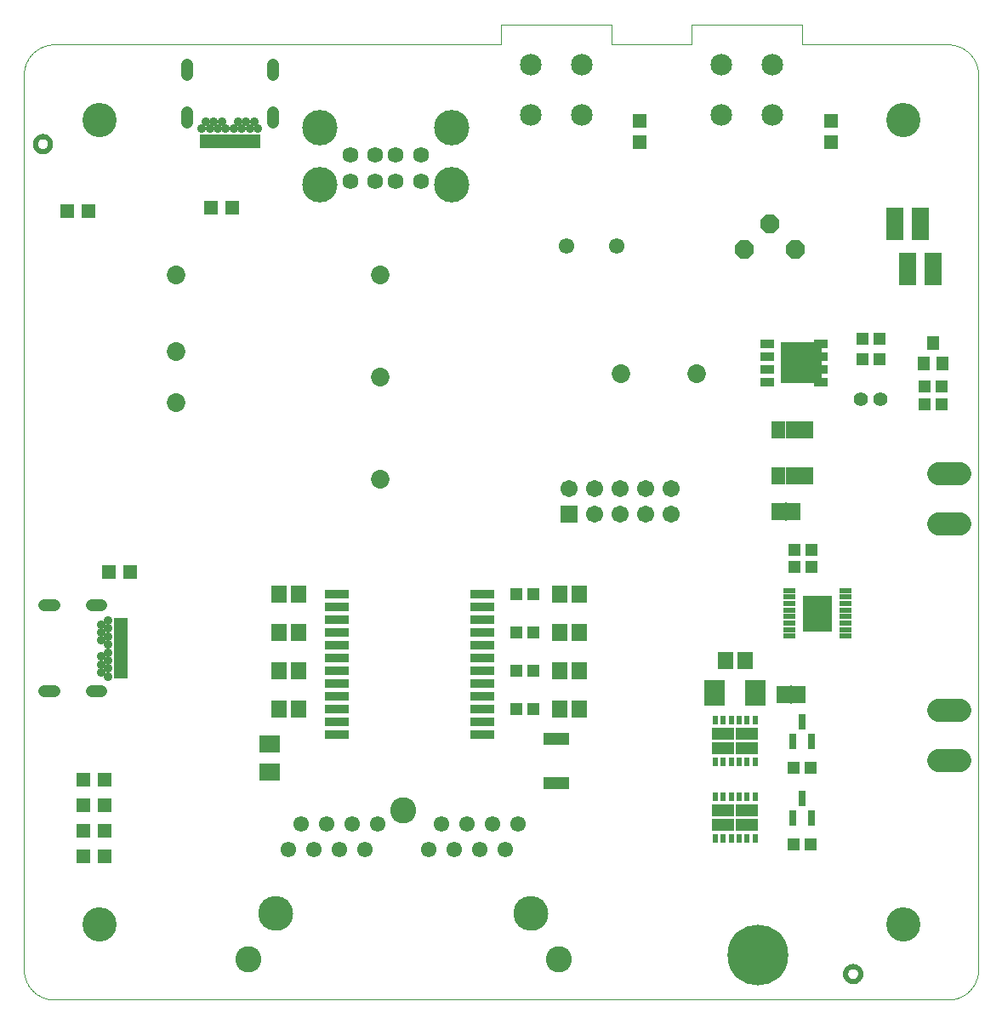
<source format=gts>
G75*
%MOIN*%
%OFA0B0*%
%FSLAX25Y25*%
%IPPOS*%
%LPD*%
%AMOC8*
5,1,8,0,0,1.08239X$1,22.5*
%
%ADD10C,0.00000*%
%ADD11R,0.07887X0.07099*%
%ADD12R,0.05131X0.04737*%
%ADD13R,0.05918X0.06706*%
%ADD14R,0.03162X0.06430*%
%ADD15R,0.07887X0.10249*%
%ADD16R,0.04737X0.02375*%
%ADD17R,0.11666X0.13910*%
%ADD18R,0.02375X0.03359*%
%ADD19R,0.09068X0.04737*%
%ADD20R,0.05524X0.05524*%
%ADD21R,0.04737X0.05800*%
%ADD22R,0.09816X0.03792*%
%ADD23C,0.13398*%
%ADD24C,0.06115*%
%ADD25C,0.10249*%
%ADD26C,0.13595*%
%ADD27R,0.09855X0.04934*%
%ADD28R,0.05400X0.07100*%
%ADD29R,0.00600X0.07200*%
%ADD30C,0.07296*%
%ADD31C,0.08477*%
%ADD32R,0.06706X0.06706*%
%ADD33C,0.06706*%
%ADD34R,0.05524X0.01981*%
%ADD35C,0.03575*%
%ADD36C,0.04737*%
%ADD37R,0.01981X0.05524*%
%ADD38C,0.09068*%
%ADD39OC8,0.07400*%
%ADD40C,0.23800*%
%ADD41R,0.05800X0.03202*%
%ADD42R,0.16194X0.16194*%
%ADD43C,0.13855*%
%ADD44C,0.06233*%
%ADD45R,0.06706X0.12611*%
%ADD46C,0.05524*%
%ADD47C,0.01969*%
D10*
X0056111Y0063050D02*
X0406505Y0063050D01*
X0406790Y0063053D01*
X0407076Y0063064D01*
X0407361Y0063081D01*
X0407645Y0063105D01*
X0407929Y0063136D01*
X0408212Y0063174D01*
X0408493Y0063219D01*
X0408774Y0063270D01*
X0409054Y0063328D01*
X0409332Y0063393D01*
X0409608Y0063465D01*
X0409882Y0063543D01*
X0410155Y0063628D01*
X0410425Y0063720D01*
X0410693Y0063818D01*
X0410959Y0063922D01*
X0411222Y0064033D01*
X0411482Y0064150D01*
X0411740Y0064273D01*
X0411994Y0064403D01*
X0412245Y0064539D01*
X0412493Y0064680D01*
X0412737Y0064828D01*
X0412978Y0064981D01*
X0413214Y0065141D01*
X0413447Y0065306D01*
X0413676Y0065476D01*
X0413901Y0065652D01*
X0414121Y0065834D01*
X0414337Y0066020D01*
X0414548Y0066212D01*
X0414755Y0066409D01*
X0414957Y0066611D01*
X0415154Y0066818D01*
X0415346Y0067029D01*
X0415532Y0067245D01*
X0415714Y0067465D01*
X0415890Y0067690D01*
X0416060Y0067919D01*
X0416225Y0068152D01*
X0416385Y0068388D01*
X0416538Y0068629D01*
X0416686Y0068873D01*
X0416827Y0069121D01*
X0416963Y0069372D01*
X0417093Y0069626D01*
X0417216Y0069884D01*
X0417333Y0070144D01*
X0417444Y0070407D01*
X0417548Y0070673D01*
X0417646Y0070941D01*
X0417738Y0071211D01*
X0417823Y0071484D01*
X0417901Y0071758D01*
X0417973Y0072034D01*
X0418038Y0072312D01*
X0418096Y0072592D01*
X0418147Y0072873D01*
X0418192Y0073154D01*
X0418230Y0073437D01*
X0418261Y0073721D01*
X0418285Y0074005D01*
X0418302Y0074290D01*
X0418313Y0074576D01*
X0418316Y0074861D01*
X0418316Y0425255D01*
X0418313Y0425540D01*
X0418302Y0425826D01*
X0418285Y0426111D01*
X0418261Y0426395D01*
X0418230Y0426679D01*
X0418192Y0426962D01*
X0418147Y0427243D01*
X0418096Y0427524D01*
X0418038Y0427804D01*
X0417973Y0428082D01*
X0417901Y0428358D01*
X0417823Y0428632D01*
X0417738Y0428905D01*
X0417646Y0429175D01*
X0417548Y0429443D01*
X0417444Y0429709D01*
X0417333Y0429972D01*
X0417216Y0430232D01*
X0417093Y0430490D01*
X0416963Y0430744D01*
X0416827Y0430995D01*
X0416686Y0431243D01*
X0416538Y0431487D01*
X0416385Y0431728D01*
X0416225Y0431964D01*
X0416060Y0432197D01*
X0415890Y0432426D01*
X0415714Y0432651D01*
X0415532Y0432871D01*
X0415346Y0433087D01*
X0415154Y0433298D01*
X0414957Y0433505D01*
X0414755Y0433707D01*
X0414548Y0433904D01*
X0414337Y0434096D01*
X0414121Y0434282D01*
X0413901Y0434464D01*
X0413676Y0434640D01*
X0413447Y0434810D01*
X0413214Y0434975D01*
X0412978Y0435135D01*
X0412737Y0435288D01*
X0412493Y0435436D01*
X0412245Y0435577D01*
X0411994Y0435713D01*
X0411740Y0435843D01*
X0411482Y0435966D01*
X0411222Y0436083D01*
X0410959Y0436194D01*
X0410693Y0436298D01*
X0410425Y0436396D01*
X0410155Y0436488D01*
X0409882Y0436573D01*
X0409608Y0436651D01*
X0409332Y0436723D01*
X0409054Y0436788D01*
X0408774Y0436846D01*
X0408493Y0436897D01*
X0408212Y0436942D01*
X0407929Y0436980D01*
X0407645Y0437011D01*
X0407361Y0437035D01*
X0407076Y0437052D01*
X0406790Y0437063D01*
X0406505Y0437066D01*
X0349418Y0437066D01*
X0349418Y0444940D01*
X0306111Y0444940D01*
X0306111Y0437066D01*
X0274615Y0437066D01*
X0274615Y0444940D01*
X0231308Y0444940D01*
X0231308Y0437066D01*
X0056111Y0437066D01*
X0055826Y0437063D01*
X0055540Y0437052D01*
X0055255Y0437035D01*
X0054971Y0437011D01*
X0054687Y0436980D01*
X0054404Y0436942D01*
X0054123Y0436897D01*
X0053842Y0436846D01*
X0053562Y0436788D01*
X0053284Y0436723D01*
X0053008Y0436651D01*
X0052734Y0436573D01*
X0052461Y0436488D01*
X0052191Y0436396D01*
X0051923Y0436298D01*
X0051657Y0436194D01*
X0051394Y0436083D01*
X0051134Y0435966D01*
X0050876Y0435843D01*
X0050622Y0435713D01*
X0050371Y0435577D01*
X0050123Y0435436D01*
X0049879Y0435288D01*
X0049638Y0435135D01*
X0049402Y0434975D01*
X0049169Y0434810D01*
X0048940Y0434640D01*
X0048715Y0434464D01*
X0048495Y0434282D01*
X0048279Y0434096D01*
X0048068Y0433904D01*
X0047861Y0433707D01*
X0047659Y0433505D01*
X0047462Y0433298D01*
X0047270Y0433087D01*
X0047084Y0432871D01*
X0046902Y0432651D01*
X0046726Y0432426D01*
X0046556Y0432197D01*
X0046391Y0431964D01*
X0046231Y0431728D01*
X0046078Y0431487D01*
X0045930Y0431243D01*
X0045789Y0430995D01*
X0045653Y0430744D01*
X0045523Y0430490D01*
X0045400Y0430232D01*
X0045283Y0429972D01*
X0045172Y0429709D01*
X0045068Y0429443D01*
X0044970Y0429175D01*
X0044878Y0428905D01*
X0044793Y0428632D01*
X0044715Y0428358D01*
X0044643Y0428082D01*
X0044578Y0427804D01*
X0044520Y0427524D01*
X0044469Y0427243D01*
X0044424Y0426962D01*
X0044386Y0426679D01*
X0044355Y0426395D01*
X0044331Y0426111D01*
X0044314Y0425826D01*
X0044303Y0425540D01*
X0044300Y0425255D01*
X0044300Y0074861D01*
X0044303Y0074576D01*
X0044314Y0074290D01*
X0044331Y0074005D01*
X0044355Y0073721D01*
X0044386Y0073437D01*
X0044424Y0073154D01*
X0044469Y0072873D01*
X0044520Y0072592D01*
X0044578Y0072312D01*
X0044643Y0072034D01*
X0044715Y0071758D01*
X0044793Y0071484D01*
X0044878Y0071211D01*
X0044970Y0070941D01*
X0045068Y0070673D01*
X0045172Y0070407D01*
X0045283Y0070144D01*
X0045400Y0069884D01*
X0045523Y0069626D01*
X0045653Y0069372D01*
X0045789Y0069121D01*
X0045930Y0068873D01*
X0046078Y0068629D01*
X0046231Y0068388D01*
X0046391Y0068152D01*
X0046556Y0067919D01*
X0046726Y0067690D01*
X0046902Y0067465D01*
X0047084Y0067245D01*
X0047270Y0067029D01*
X0047462Y0066818D01*
X0047659Y0066611D01*
X0047861Y0066409D01*
X0048068Y0066212D01*
X0048279Y0066020D01*
X0048495Y0065834D01*
X0048715Y0065652D01*
X0048940Y0065476D01*
X0049169Y0065306D01*
X0049402Y0065141D01*
X0049638Y0064981D01*
X0049879Y0064828D01*
X0050123Y0064680D01*
X0050371Y0064539D01*
X0050622Y0064403D01*
X0050876Y0064273D01*
X0051134Y0064150D01*
X0051394Y0064033D01*
X0051657Y0063922D01*
X0051923Y0063818D01*
X0052191Y0063720D01*
X0052461Y0063628D01*
X0052734Y0063543D01*
X0053008Y0063465D01*
X0053284Y0063393D01*
X0053562Y0063328D01*
X0053842Y0063270D01*
X0054123Y0063219D01*
X0054404Y0063174D01*
X0054687Y0063136D01*
X0054971Y0063105D01*
X0055255Y0063081D01*
X0055540Y0063064D01*
X0055826Y0063053D01*
X0056111Y0063050D01*
X0067529Y0092578D02*
X0067531Y0092736D01*
X0067537Y0092894D01*
X0067547Y0093052D01*
X0067561Y0093210D01*
X0067579Y0093367D01*
X0067600Y0093524D01*
X0067626Y0093680D01*
X0067656Y0093836D01*
X0067689Y0093991D01*
X0067727Y0094144D01*
X0067768Y0094297D01*
X0067813Y0094449D01*
X0067862Y0094600D01*
X0067915Y0094749D01*
X0067971Y0094897D01*
X0068031Y0095043D01*
X0068095Y0095188D01*
X0068163Y0095331D01*
X0068234Y0095473D01*
X0068308Y0095613D01*
X0068386Y0095750D01*
X0068468Y0095886D01*
X0068552Y0096020D01*
X0068641Y0096151D01*
X0068732Y0096280D01*
X0068827Y0096407D01*
X0068924Y0096532D01*
X0069025Y0096654D01*
X0069129Y0096773D01*
X0069236Y0096890D01*
X0069346Y0097004D01*
X0069459Y0097115D01*
X0069574Y0097224D01*
X0069692Y0097329D01*
X0069813Y0097431D01*
X0069936Y0097531D01*
X0070062Y0097627D01*
X0070190Y0097720D01*
X0070320Y0097810D01*
X0070453Y0097896D01*
X0070588Y0097980D01*
X0070724Y0098059D01*
X0070863Y0098136D01*
X0071004Y0098208D01*
X0071146Y0098278D01*
X0071290Y0098343D01*
X0071436Y0098405D01*
X0071583Y0098463D01*
X0071732Y0098518D01*
X0071882Y0098569D01*
X0072033Y0098616D01*
X0072185Y0098659D01*
X0072338Y0098698D01*
X0072493Y0098734D01*
X0072648Y0098765D01*
X0072804Y0098793D01*
X0072960Y0098817D01*
X0073117Y0098837D01*
X0073275Y0098853D01*
X0073432Y0098865D01*
X0073591Y0098873D01*
X0073749Y0098877D01*
X0073907Y0098877D01*
X0074065Y0098873D01*
X0074224Y0098865D01*
X0074381Y0098853D01*
X0074539Y0098837D01*
X0074696Y0098817D01*
X0074852Y0098793D01*
X0075008Y0098765D01*
X0075163Y0098734D01*
X0075318Y0098698D01*
X0075471Y0098659D01*
X0075623Y0098616D01*
X0075774Y0098569D01*
X0075924Y0098518D01*
X0076073Y0098463D01*
X0076220Y0098405D01*
X0076366Y0098343D01*
X0076510Y0098278D01*
X0076652Y0098208D01*
X0076793Y0098136D01*
X0076932Y0098059D01*
X0077068Y0097980D01*
X0077203Y0097896D01*
X0077336Y0097810D01*
X0077466Y0097720D01*
X0077594Y0097627D01*
X0077720Y0097531D01*
X0077843Y0097431D01*
X0077964Y0097329D01*
X0078082Y0097224D01*
X0078197Y0097115D01*
X0078310Y0097004D01*
X0078420Y0096890D01*
X0078527Y0096773D01*
X0078631Y0096654D01*
X0078732Y0096532D01*
X0078829Y0096407D01*
X0078924Y0096280D01*
X0079015Y0096151D01*
X0079104Y0096020D01*
X0079188Y0095886D01*
X0079270Y0095750D01*
X0079348Y0095613D01*
X0079422Y0095473D01*
X0079493Y0095331D01*
X0079561Y0095188D01*
X0079625Y0095043D01*
X0079685Y0094897D01*
X0079741Y0094749D01*
X0079794Y0094600D01*
X0079843Y0094449D01*
X0079888Y0094297D01*
X0079929Y0094144D01*
X0079967Y0093991D01*
X0080000Y0093836D01*
X0080030Y0093680D01*
X0080056Y0093524D01*
X0080077Y0093367D01*
X0080095Y0093210D01*
X0080109Y0093052D01*
X0080119Y0092894D01*
X0080125Y0092736D01*
X0080127Y0092578D01*
X0080125Y0092420D01*
X0080119Y0092262D01*
X0080109Y0092104D01*
X0080095Y0091946D01*
X0080077Y0091789D01*
X0080056Y0091632D01*
X0080030Y0091476D01*
X0080000Y0091320D01*
X0079967Y0091165D01*
X0079929Y0091012D01*
X0079888Y0090859D01*
X0079843Y0090707D01*
X0079794Y0090556D01*
X0079741Y0090407D01*
X0079685Y0090259D01*
X0079625Y0090113D01*
X0079561Y0089968D01*
X0079493Y0089825D01*
X0079422Y0089683D01*
X0079348Y0089543D01*
X0079270Y0089406D01*
X0079188Y0089270D01*
X0079104Y0089136D01*
X0079015Y0089005D01*
X0078924Y0088876D01*
X0078829Y0088749D01*
X0078732Y0088624D01*
X0078631Y0088502D01*
X0078527Y0088383D01*
X0078420Y0088266D01*
X0078310Y0088152D01*
X0078197Y0088041D01*
X0078082Y0087932D01*
X0077964Y0087827D01*
X0077843Y0087725D01*
X0077720Y0087625D01*
X0077594Y0087529D01*
X0077466Y0087436D01*
X0077336Y0087346D01*
X0077203Y0087260D01*
X0077068Y0087176D01*
X0076932Y0087097D01*
X0076793Y0087020D01*
X0076652Y0086948D01*
X0076510Y0086878D01*
X0076366Y0086813D01*
X0076220Y0086751D01*
X0076073Y0086693D01*
X0075924Y0086638D01*
X0075774Y0086587D01*
X0075623Y0086540D01*
X0075471Y0086497D01*
X0075318Y0086458D01*
X0075163Y0086422D01*
X0075008Y0086391D01*
X0074852Y0086363D01*
X0074696Y0086339D01*
X0074539Y0086319D01*
X0074381Y0086303D01*
X0074224Y0086291D01*
X0074065Y0086283D01*
X0073907Y0086279D01*
X0073749Y0086279D01*
X0073591Y0086283D01*
X0073432Y0086291D01*
X0073275Y0086303D01*
X0073117Y0086319D01*
X0072960Y0086339D01*
X0072804Y0086363D01*
X0072648Y0086391D01*
X0072493Y0086422D01*
X0072338Y0086458D01*
X0072185Y0086497D01*
X0072033Y0086540D01*
X0071882Y0086587D01*
X0071732Y0086638D01*
X0071583Y0086693D01*
X0071436Y0086751D01*
X0071290Y0086813D01*
X0071146Y0086878D01*
X0071004Y0086948D01*
X0070863Y0087020D01*
X0070724Y0087097D01*
X0070588Y0087176D01*
X0070453Y0087260D01*
X0070320Y0087346D01*
X0070190Y0087436D01*
X0070062Y0087529D01*
X0069936Y0087625D01*
X0069813Y0087725D01*
X0069692Y0087827D01*
X0069574Y0087932D01*
X0069459Y0088041D01*
X0069346Y0088152D01*
X0069236Y0088266D01*
X0069129Y0088383D01*
X0069025Y0088502D01*
X0068924Y0088624D01*
X0068827Y0088749D01*
X0068732Y0088876D01*
X0068641Y0089005D01*
X0068552Y0089136D01*
X0068468Y0089270D01*
X0068386Y0089406D01*
X0068308Y0089543D01*
X0068234Y0089683D01*
X0068163Y0089825D01*
X0068095Y0089968D01*
X0068031Y0090113D01*
X0067971Y0090259D01*
X0067915Y0090407D01*
X0067862Y0090556D01*
X0067813Y0090707D01*
X0067768Y0090859D01*
X0067727Y0091012D01*
X0067689Y0091165D01*
X0067656Y0091320D01*
X0067626Y0091476D01*
X0067600Y0091632D01*
X0067579Y0091789D01*
X0067561Y0091946D01*
X0067547Y0092104D01*
X0067537Y0092262D01*
X0067531Y0092420D01*
X0067529Y0092578D01*
X0136652Y0096770D02*
X0136654Y0096930D01*
X0136660Y0097089D01*
X0136670Y0097248D01*
X0136684Y0097407D01*
X0136702Y0097566D01*
X0136723Y0097724D01*
X0136749Y0097881D01*
X0136779Y0098038D01*
X0136812Y0098194D01*
X0136850Y0098349D01*
X0136891Y0098503D01*
X0136936Y0098656D01*
X0136985Y0098808D01*
X0137038Y0098958D01*
X0137094Y0099107D01*
X0137154Y0099255D01*
X0137218Y0099401D01*
X0137286Y0099546D01*
X0137357Y0099689D01*
X0137431Y0099830D01*
X0137509Y0099969D01*
X0137591Y0100106D01*
X0137676Y0100241D01*
X0137764Y0100374D01*
X0137855Y0100505D01*
X0137950Y0100633D01*
X0138048Y0100759D01*
X0138149Y0100883D01*
X0138253Y0101003D01*
X0138360Y0101122D01*
X0138470Y0101237D01*
X0138583Y0101350D01*
X0138698Y0101460D01*
X0138817Y0101567D01*
X0138937Y0101671D01*
X0139061Y0101772D01*
X0139187Y0101870D01*
X0139315Y0101965D01*
X0139446Y0102056D01*
X0139579Y0102144D01*
X0139714Y0102229D01*
X0139851Y0102311D01*
X0139990Y0102389D01*
X0140131Y0102463D01*
X0140274Y0102534D01*
X0140419Y0102602D01*
X0140565Y0102666D01*
X0140713Y0102726D01*
X0140862Y0102782D01*
X0141012Y0102835D01*
X0141164Y0102884D01*
X0141317Y0102929D01*
X0141471Y0102970D01*
X0141626Y0103008D01*
X0141782Y0103041D01*
X0141939Y0103071D01*
X0142096Y0103097D01*
X0142254Y0103118D01*
X0142413Y0103136D01*
X0142572Y0103150D01*
X0142731Y0103160D01*
X0142890Y0103166D01*
X0143050Y0103168D01*
X0143210Y0103166D01*
X0143369Y0103160D01*
X0143528Y0103150D01*
X0143687Y0103136D01*
X0143846Y0103118D01*
X0144004Y0103097D01*
X0144161Y0103071D01*
X0144318Y0103041D01*
X0144474Y0103008D01*
X0144629Y0102970D01*
X0144783Y0102929D01*
X0144936Y0102884D01*
X0145088Y0102835D01*
X0145238Y0102782D01*
X0145387Y0102726D01*
X0145535Y0102666D01*
X0145681Y0102602D01*
X0145826Y0102534D01*
X0145969Y0102463D01*
X0146110Y0102389D01*
X0146249Y0102311D01*
X0146386Y0102229D01*
X0146521Y0102144D01*
X0146654Y0102056D01*
X0146785Y0101965D01*
X0146913Y0101870D01*
X0147039Y0101772D01*
X0147163Y0101671D01*
X0147283Y0101567D01*
X0147402Y0101460D01*
X0147517Y0101350D01*
X0147630Y0101237D01*
X0147740Y0101122D01*
X0147847Y0101003D01*
X0147951Y0100883D01*
X0148052Y0100759D01*
X0148150Y0100633D01*
X0148245Y0100505D01*
X0148336Y0100374D01*
X0148424Y0100241D01*
X0148509Y0100106D01*
X0148591Y0099969D01*
X0148669Y0099830D01*
X0148743Y0099689D01*
X0148814Y0099546D01*
X0148882Y0099401D01*
X0148946Y0099255D01*
X0149006Y0099107D01*
X0149062Y0098958D01*
X0149115Y0098808D01*
X0149164Y0098656D01*
X0149209Y0098503D01*
X0149250Y0098349D01*
X0149288Y0098194D01*
X0149321Y0098038D01*
X0149351Y0097881D01*
X0149377Y0097724D01*
X0149398Y0097566D01*
X0149416Y0097407D01*
X0149430Y0097248D01*
X0149440Y0097089D01*
X0149446Y0096930D01*
X0149448Y0096770D01*
X0149446Y0096610D01*
X0149440Y0096451D01*
X0149430Y0096292D01*
X0149416Y0096133D01*
X0149398Y0095974D01*
X0149377Y0095816D01*
X0149351Y0095659D01*
X0149321Y0095502D01*
X0149288Y0095346D01*
X0149250Y0095191D01*
X0149209Y0095037D01*
X0149164Y0094884D01*
X0149115Y0094732D01*
X0149062Y0094582D01*
X0149006Y0094433D01*
X0148946Y0094285D01*
X0148882Y0094139D01*
X0148814Y0093994D01*
X0148743Y0093851D01*
X0148669Y0093710D01*
X0148591Y0093571D01*
X0148509Y0093434D01*
X0148424Y0093299D01*
X0148336Y0093166D01*
X0148245Y0093035D01*
X0148150Y0092907D01*
X0148052Y0092781D01*
X0147951Y0092657D01*
X0147847Y0092537D01*
X0147740Y0092418D01*
X0147630Y0092303D01*
X0147517Y0092190D01*
X0147402Y0092080D01*
X0147283Y0091973D01*
X0147163Y0091869D01*
X0147039Y0091768D01*
X0146913Y0091670D01*
X0146785Y0091575D01*
X0146654Y0091484D01*
X0146521Y0091396D01*
X0146386Y0091311D01*
X0146249Y0091229D01*
X0146110Y0091151D01*
X0145969Y0091077D01*
X0145826Y0091006D01*
X0145681Y0090938D01*
X0145535Y0090874D01*
X0145387Y0090814D01*
X0145238Y0090758D01*
X0145088Y0090705D01*
X0144936Y0090656D01*
X0144783Y0090611D01*
X0144629Y0090570D01*
X0144474Y0090532D01*
X0144318Y0090499D01*
X0144161Y0090469D01*
X0144004Y0090443D01*
X0143846Y0090422D01*
X0143687Y0090404D01*
X0143528Y0090390D01*
X0143369Y0090380D01*
X0143210Y0090374D01*
X0143050Y0090372D01*
X0142890Y0090374D01*
X0142731Y0090380D01*
X0142572Y0090390D01*
X0142413Y0090404D01*
X0142254Y0090422D01*
X0142096Y0090443D01*
X0141939Y0090469D01*
X0141782Y0090499D01*
X0141626Y0090532D01*
X0141471Y0090570D01*
X0141317Y0090611D01*
X0141164Y0090656D01*
X0141012Y0090705D01*
X0140862Y0090758D01*
X0140713Y0090814D01*
X0140565Y0090874D01*
X0140419Y0090938D01*
X0140274Y0091006D01*
X0140131Y0091077D01*
X0139990Y0091151D01*
X0139851Y0091229D01*
X0139714Y0091311D01*
X0139579Y0091396D01*
X0139446Y0091484D01*
X0139315Y0091575D01*
X0139187Y0091670D01*
X0139061Y0091768D01*
X0138937Y0091869D01*
X0138817Y0091973D01*
X0138698Y0092080D01*
X0138583Y0092190D01*
X0138470Y0092303D01*
X0138360Y0092418D01*
X0138253Y0092537D01*
X0138149Y0092657D01*
X0138048Y0092781D01*
X0137950Y0092907D01*
X0137855Y0093035D01*
X0137764Y0093166D01*
X0137676Y0093299D01*
X0137591Y0093434D01*
X0137509Y0093571D01*
X0137431Y0093710D01*
X0137357Y0093851D01*
X0137286Y0093994D01*
X0137218Y0094139D01*
X0137154Y0094285D01*
X0137094Y0094433D01*
X0137038Y0094582D01*
X0136985Y0094732D01*
X0136936Y0094884D01*
X0136891Y0095037D01*
X0136850Y0095191D01*
X0136812Y0095346D01*
X0136779Y0095502D01*
X0136749Y0095659D01*
X0136723Y0095816D01*
X0136702Y0095974D01*
X0136684Y0096133D01*
X0136670Y0096292D01*
X0136660Y0096451D01*
X0136654Y0096610D01*
X0136652Y0096770D01*
X0236652Y0096770D02*
X0236654Y0096930D01*
X0236660Y0097089D01*
X0236670Y0097248D01*
X0236684Y0097407D01*
X0236702Y0097566D01*
X0236723Y0097724D01*
X0236749Y0097881D01*
X0236779Y0098038D01*
X0236812Y0098194D01*
X0236850Y0098349D01*
X0236891Y0098503D01*
X0236936Y0098656D01*
X0236985Y0098808D01*
X0237038Y0098958D01*
X0237094Y0099107D01*
X0237154Y0099255D01*
X0237218Y0099401D01*
X0237286Y0099546D01*
X0237357Y0099689D01*
X0237431Y0099830D01*
X0237509Y0099969D01*
X0237591Y0100106D01*
X0237676Y0100241D01*
X0237764Y0100374D01*
X0237855Y0100505D01*
X0237950Y0100633D01*
X0238048Y0100759D01*
X0238149Y0100883D01*
X0238253Y0101003D01*
X0238360Y0101122D01*
X0238470Y0101237D01*
X0238583Y0101350D01*
X0238698Y0101460D01*
X0238817Y0101567D01*
X0238937Y0101671D01*
X0239061Y0101772D01*
X0239187Y0101870D01*
X0239315Y0101965D01*
X0239446Y0102056D01*
X0239579Y0102144D01*
X0239714Y0102229D01*
X0239851Y0102311D01*
X0239990Y0102389D01*
X0240131Y0102463D01*
X0240274Y0102534D01*
X0240419Y0102602D01*
X0240565Y0102666D01*
X0240713Y0102726D01*
X0240862Y0102782D01*
X0241012Y0102835D01*
X0241164Y0102884D01*
X0241317Y0102929D01*
X0241471Y0102970D01*
X0241626Y0103008D01*
X0241782Y0103041D01*
X0241939Y0103071D01*
X0242096Y0103097D01*
X0242254Y0103118D01*
X0242413Y0103136D01*
X0242572Y0103150D01*
X0242731Y0103160D01*
X0242890Y0103166D01*
X0243050Y0103168D01*
X0243210Y0103166D01*
X0243369Y0103160D01*
X0243528Y0103150D01*
X0243687Y0103136D01*
X0243846Y0103118D01*
X0244004Y0103097D01*
X0244161Y0103071D01*
X0244318Y0103041D01*
X0244474Y0103008D01*
X0244629Y0102970D01*
X0244783Y0102929D01*
X0244936Y0102884D01*
X0245088Y0102835D01*
X0245238Y0102782D01*
X0245387Y0102726D01*
X0245535Y0102666D01*
X0245681Y0102602D01*
X0245826Y0102534D01*
X0245969Y0102463D01*
X0246110Y0102389D01*
X0246249Y0102311D01*
X0246386Y0102229D01*
X0246521Y0102144D01*
X0246654Y0102056D01*
X0246785Y0101965D01*
X0246913Y0101870D01*
X0247039Y0101772D01*
X0247163Y0101671D01*
X0247283Y0101567D01*
X0247402Y0101460D01*
X0247517Y0101350D01*
X0247630Y0101237D01*
X0247740Y0101122D01*
X0247847Y0101003D01*
X0247951Y0100883D01*
X0248052Y0100759D01*
X0248150Y0100633D01*
X0248245Y0100505D01*
X0248336Y0100374D01*
X0248424Y0100241D01*
X0248509Y0100106D01*
X0248591Y0099969D01*
X0248669Y0099830D01*
X0248743Y0099689D01*
X0248814Y0099546D01*
X0248882Y0099401D01*
X0248946Y0099255D01*
X0249006Y0099107D01*
X0249062Y0098958D01*
X0249115Y0098808D01*
X0249164Y0098656D01*
X0249209Y0098503D01*
X0249250Y0098349D01*
X0249288Y0098194D01*
X0249321Y0098038D01*
X0249351Y0097881D01*
X0249377Y0097724D01*
X0249398Y0097566D01*
X0249416Y0097407D01*
X0249430Y0097248D01*
X0249440Y0097089D01*
X0249446Y0096930D01*
X0249448Y0096770D01*
X0249446Y0096610D01*
X0249440Y0096451D01*
X0249430Y0096292D01*
X0249416Y0096133D01*
X0249398Y0095974D01*
X0249377Y0095816D01*
X0249351Y0095659D01*
X0249321Y0095502D01*
X0249288Y0095346D01*
X0249250Y0095191D01*
X0249209Y0095037D01*
X0249164Y0094884D01*
X0249115Y0094732D01*
X0249062Y0094582D01*
X0249006Y0094433D01*
X0248946Y0094285D01*
X0248882Y0094139D01*
X0248814Y0093994D01*
X0248743Y0093851D01*
X0248669Y0093710D01*
X0248591Y0093571D01*
X0248509Y0093434D01*
X0248424Y0093299D01*
X0248336Y0093166D01*
X0248245Y0093035D01*
X0248150Y0092907D01*
X0248052Y0092781D01*
X0247951Y0092657D01*
X0247847Y0092537D01*
X0247740Y0092418D01*
X0247630Y0092303D01*
X0247517Y0092190D01*
X0247402Y0092080D01*
X0247283Y0091973D01*
X0247163Y0091869D01*
X0247039Y0091768D01*
X0246913Y0091670D01*
X0246785Y0091575D01*
X0246654Y0091484D01*
X0246521Y0091396D01*
X0246386Y0091311D01*
X0246249Y0091229D01*
X0246110Y0091151D01*
X0245969Y0091077D01*
X0245826Y0091006D01*
X0245681Y0090938D01*
X0245535Y0090874D01*
X0245387Y0090814D01*
X0245238Y0090758D01*
X0245088Y0090705D01*
X0244936Y0090656D01*
X0244783Y0090611D01*
X0244629Y0090570D01*
X0244474Y0090532D01*
X0244318Y0090499D01*
X0244161Y0090469D01*
X0244004Y0090443D01*
X0243846Y0090422D01*
X0243687Y0090404D01*
X0243528Y0090390D01*
X0243369Y0090380D01*
X0243210Y0090374D01*
X0243050Y0090372D01*
X0242890Y0090374D01*
X0242731Y0090380D01*
X0242572Y0090390D01*
X0242413Y0090404D01*
X0242254Y0090422D01*
X0242096Y0090443D01*
X0241939Y0090469D01*
X0241782Y0090499D01*
X0241626Y0090532D01*
X0241471Y0090570D01*
X0241317Y0090611D01*
X0241164Y0090656D01*
X0241012Y0090705D01*
X0240862Y0090758D01*
X0240713Y0090814D01*
X0240565Y0090874D01*
X0240419Y0090938D01*
X0240274Y0091006D01*
X0240131Y0091077D01*
X0239990Y0091151D01*
X0239851Y0091229D01*
X0239714Y0091311D01*
X0239579Y0091396D01*
X0239446Y0091484D01*
X0239315Y0091575D01*
X0239187Y0091670D01*
X0239061Y0091768D01*
X0238937Y0091869D01*
X0238817Y0091973D01*
X0238698Y0092080D01*
X0238583Y0092190D01*
X0238470Y0092303D01*
X0238360Y0092418D01*
X0238253Y0092537D01*
X0238149Y0092657D01*
X0238048Y0092781D01*
X0237950Y0092907D01*
X0237855Y0093035D01*
X0237764Y0093166D01*
X0237676Y0093299D01*
X0237591Y0093434D01*
X0237509Y0093571D01*
X0237431Y0093710D01*
X0237357Y0093851D01*
X0237286Y0093994D01*
X0237218Y0094139D01*
X0237154Y0094285D01*
X0237094Y0094433D01*
X0237038Y0094582D01*
X0236985Y0094732D01*
X0236936Y0094884D01*
X0236891Y0095037D01*
X0236850Y0095191D01*
X0236812Y0095346D01*
X0236779Y0095502D01*
X0236749Y0095659D01*
X0236723Y0095816D01*
X0236702Y0095974D01*
X0236684Y0096133D01*
X0236670Y0096292D01*
X0236660Y0096451D01*
X0236654Y0096610D01*
X0236652Y0096770D01*
X0382489Y0092578D02*
X0382491Y0092736D01*
X0382497Y0092894D01*
X0382507Y0093052D01*
X0382521Y0093210D01*
X0382539Y0093367D01*
X0382560Y0093524D01*
X0382586Y0093680D01*
X0382616Y0093836D01*
X0382649Y0093991D01*
X0382687Y0094144D01*
X0382728Y0094297D01*
X0382773Y0094449D01*
X0382822Y0094600D01*
X0382875Y0094749D01*
X0382931Y0094897D01*
X0382991Y0095043D01*
X0383055Y0095188D01*
X0383123Y0095331D01*
X0383194Y0095473D01*
X0383268Y0095613D01*
X0383346Y0095750D01*
X0383428Y0095886D01*
X0383512Y0096020D01*
X0383601Y0096151D01*
X0383692Y0096280D01*
X0383787Y0096407D01*
X0383884Y0096532D01*
X0383985Y0096654D01*
X0384089Y0096773D01*
X0384196Y0096890D01*
X0384306Y0097004D01*
X0384419Y0097115D01*
X0384534Y0097224D01*
X0384652Y0097329D01*
X0384773Y0097431D01*
X0384896Y0097531D01*
X0385022Y0097627D01*
X0385150Y0097720D01*
X0385280Y0097810D01*
X0385413Y0097896D01*
X0385548Y0097980D01*
X0385684Y0098059D01*
X0385823Y0098136D01*
X0385964Y0098208D01*
X0386106Y0098278D01*
X0386250Y0098343D01*
X0386396Y0098405D01*
X0386543Y0098463D01*
X0386692Y0098518D01*
X0386842Y0098569D01*
X0386993Y0098616D01*
X0387145Y0098659D01*
X0387298Y0098698D01*
X0387453Y0098734D01*
X0387608Y0098765D01*
X0387764Y0098793D01*
X0387920Y0098817D01*
X0388077Y0098837D01*
X0388235Y0098853D01*
X0388392Y0098865D01*
X0388551Y0098873D01*
X0388709Y0098877D01*
X0388867Y0098877D01*
X0389025Y0098873D01*
X0389184Y0098865D01*
X0389341Y0098853D01*
X0389499Y0098837D01*
X0389656Y0098817D01*
X0389812Y0098793D01*
X0389968Y0098765D01*
X0390123Y0098734D01*
X0390278Y0098698D01*
X0390431Y0098659D01*
X0390583Y0098616D01*
X0390734Y0098569D01*
X0390884Y0098518D01*
X0391033Y0098463D01*
X0391180Y0098405D01*
X0391326Y0098343D01*
X0391470Y0098278D01*
X0391612Y0098208D01*
X0391753Y0098136D01*
X0391892Y0098059D01*
X0392028Y0097980D01*
X0392163Y0097896D01*
X0392296Y0097810D01*
X0392426Y0097720D01*
X0392554Y0097627D01*
X0392680Y0097531D01*
X0392803Y0097431D01*
X0392924Y0097329D01*
X0393042Y0097224D01*
X0393157Y0097115D01*
X0393270Y0097004D01*
X0393380Y0096890D01*
X0393487Y0096773D01*
X0393591Y0096654D01*
X0393692Y0096532D01*
X0393789Y0096407D01*
X0393884Y0096280D01*
X0393975Y0096151D01*
X0394064Y0096020D01*
X0394148Y0095886D01*
X0394230Y0095750D01*
X0394308Y0095613D01*
X0394382Y0095473D01*
X0394453Y0095331D01*
X0394521Y0095188D01*
X0394585Y0095043D01*
X0394645Y0094897D01*
X0394701Y0094749D01*
X0394754Y0094600D01*
X0394803Y0094449D01*
X0394848Y0094297D01*
X0394889Y0094144D01*
X0394927Y0093991D01*
X0394960Y0093836D01*
X0394990Y0093680D01*
X0395016Y0093524D01*
X0395037Y0093367D01*
X0395055Y0093210D01*
X0395069Y0093052D01*
X0395079Y0092894D01*
X0395085Y0092736D01*
X0395087Y0092578D01*
X0395085Y0092420D01*
X0395079Y0092262D01*
X0395069Y0092104D01*
X0395055Y0091946D01*
X0395037Y0091789D01*
X0395016Y0091632D01*
X0394990Y0091476D01*
X0394960Y0091320D01*
X0394927Y0091165D01*
X0394889Y0091012D01*
X0394848Y0090859D01*
X0394803Y0090707D01*
X0394754Y0090556D01*
X0394701Y0090407D01*
X0394645Y0090259D01*
X0394585Y0090113D01*
X0394521Y0089968D01*
X0394453Y0089825D01*
X0394382Y0089683D01*
X0394308Y0089543D01*
X0394230Y0089406D01*
X0394148Y0089270D01*
X0394064Y0089136D01*
X0393975Y0089005D01*
X0393884Y0088876D01*
X0393789Y0088749D01*
X0393692Y0088624D01*
X0393591Y0088502D01*
X0393487Y0088383D01*
X0393380Y0088266D01*
X0393270Y0088152D01*
X0393157Y0088041D01*
X0393042Y0087932D01*
X0392924Y0087827D01*
X0392803Y0087725D01*
X0392680Y0087625D01*
X0392554Y0087529D01*
X0392426Y0087436D01*
X0392296Y0087346D01*
X0392163Y0087260D01*
X0392028Y0087176D01*
X0391892Y0087097D01*
X0391753Y0087020D01*
X0391612Y0086948D01*
X0391470Y0086878D01*
X0391326Y0086813D01*
X0391180Y0086751D01*
X0391033Y0086693D01*
X0390884Y0086638D01*
X0390734Y0086587D01*
X0390583Y0086540D01*
X0390431Y0086497D01*
X0390278Y0086458D01*
X0390123Y0086422D01*
X0389968Y0086391D01*
X0389812Y0086363D01*
X0389656Y0086339D01*
X0389499Y0086319D01*
X0389341Y0086303D01*
X0389184Y0086291D01*
X0389025Y0086283D01*
X0388867Y0086279D01*
X0388709Y0086279D01*
X0388551Y0086283D01*
X0388392Y0086291D01*
X0388235Y0086303D01*
X0388077Y0086319D01*
X0387920Y0086339D01*
X0387764Y0086363D01*
X0387608Y0086391D01*
X0387453Y0086422D01*
X0387298Y0086458D01*
X0387145Y0086497D01*
X0386993Y0086540D01*
X0386842Y0086587D01*
X0386692Y0086638D01*
X0386543Y0086693D01*
X0386396Y0086751D01*
X0386250Y0086813D01*
X0386106Y0086878D01*
X0385964Y0086948D01*
X0385823Y0087020D01*
X0385684Y0087097D01*
X0385548Y0087176D01*
X0385413Y0087260D01*
X0385280Y0087346D01*
X0385150Y0087436D01*
X0385022Y0087529D01*
X0384896Y0087625D01*
X0384773Y0087725D01*
X0384652Y0087827D01*
X0384534Y0087932D01*
X0384419Y0088041D01*
X0384306Y0088152D01*
X0384196Y0088266D01*
X0384089Y0088383D01*
X0383985Y0088502D01*
X0383884Y0088624D01*
X0383787Y0088749D01*
X0383692Y0088876D01*
X0383601Y0089005D01*
X0383512Y0089136D01*
X0383428Y0089270D01*
X0383346Y0089406D01*
X0383268Y0089543D01*
X0383194Y0089683D01*
X0383123Y0089825D01*
X0383055Y0089968D01*
X0382991Y0090113D01*
X0382931Y0090259D01*
X0382875Y0090407D01*
X0382822Y0090556D01*
X0382773Y0090707D01*
X0382728Y0090859D01*
X0382687Y0091012D01*
X0382649Y0091165D01*
X0382616Y0091320D01*
X0382586Y0091476D01*
X0382560Y0091632D01*
X0382539Y0091789D01*
X0382521Y0091946D01*
X0382507Y0092104D01*
X0382497Y0092262D01*
X0382491Y0092420D01*
X0382489Y0092578D01*
X0382489Y0407538D02*
X0382491Y0407696D01*
X0382497Y0407854D01*
X0382507Y0408012D01*
X0382521Y0408170D01*
X0382539Y0408327D01*
X0382560Y0408484D01*
X0382586Y0408640D01*
X0382616Y0408796D01*
X0382649Y0408951D01*
X0382687Y0409104D01*
X0382728Y0409257D01*
X0382773Y0409409D01*
X0382822Y0409560D01*
X0382875Y0409709D01*
X0382931Y0409857D01*
X0382991Y0410003D01*
X0383055Y0410148D01*
X0383123Y0410291D01*
X0383194Y0410433D01*
X0383268Y0410573D01*
X0383346Y0410710D01*
X0383428Y0410846D01*
X0383512Y0410980D01*
X0383601Y0411111D01*
X0383692Y0411240D01*
X0383787Y0411367D01*
X0383884Y0411492D01*
X0383985Y0411614D01*
X0384089Y0411733D01*
X0384196Y0411850D01*
X0384306Y0411964D01*
X0384419Y0412075D01*
X0384534Y0412184D01*
X0384652Y0412289D01*
X0384773Y0412391D01*
X0384896Y0412491D01*
X0385022Y0412587D01*
X0385150Y0412680D01*
X0385280Y0412770D01*
X0385413Y0412856D01*
X0385548Y0412940D01*
X0385684Y0413019D01*
X0385823Y0413096D01*
X0385964Y0413168D01*
X0386106Y0413238D01*
X0386250Y0413303D01*
X0386396Y0413365D01*
X0386543Y0413423D01*
X0386692Y0413478D01*
X0386842Y0413529D01*
X0386993Y0413576D01*
X0387145Y0413619D01*
X0387298Y0413658D01*
X0387453Y0413694D01*
X0387608Y0413725D01*
X0387764Y0413753D01*
X0387920Y0413777D01*
X0388077Y0413797D01*
X0388235Y0413813D01*
X0388392Y0413825D01*
X0388551Y0413833D01*
X0388709Y0413837D01*
X0388867Y0413837D01*
X0389025Y0413833D01*
X0389184Y0413825D01*
X0389341Y0413813D01*
X0389499Y0413797D01*
X0389656Y0413777D01*
X0389812Y0413753D01*
X0389968Y0413725D01*
X0390123Y0413694D01*
X0390278Y0413658D01*
X0390431Y0413619D01*
X0390583Y0413576D01*
X0390734Y0413529D01*
X0390884Y0413478D01*
X0391033Y0413423D01*
X0391180Y0413365D01*
X0391326Y0413303D01*
X0391470Y0413238D01*
X0391612Y0413168D01*
X0391753Y0413096D01*
X0391892Y0413019D01*
X0392028Y0412940D01*
X0392163Y0412856D01*
X0392296Y0412770D01*
X0392426Y0412680D01*
X0392554Y0412587D01*
X0392680Y0412491D01*
X0392803Y0412391D01*
X0392924Y0412289D01*
X0393042Y0412184D01*
X0393157Y0412075D01*
X0393270Y0411964D01*
X0393380Y0411850D01*
X0393487Y0411733D01*
X0393591Y0411614D01*
X0393692Y0411492D01*
X0393789Y0411367D01*
X0393884Y0411240D01*
X0393975Y0411111D01*
X0394064Y0410980D01*
X0394148Y0410846D01*
X0394230Y0410710D01*
X0394308Y0410573D01*
X0394382Y0410433D01*
X0394453Y0410291D01*
X0394521Y0410148D01*
X0394585Y0410003D01*
X0394645Y0409857D01*
X0394701Y0409709D01*
X0394754Y0409560D01*
X0394803Y0409409D01*
X0394848Y0409257D01*
X0394889Y0409104D01*
X0394927Y0408951D01*
X0394960Y0408796D01*
X0394990Y0408640D01*
X0395016Y0408484D01*
X0395037Y0408327D01*
X0395055Y0408170D01*
X0395069Y0408012D01*
X0395079Y0407854D01*
X0395085Y0407696D01*
X0395087Y0407538D01*
X0395085Y0407380D01*
X0395079Y0407222D01*
X0395069Y0407064D01*
X0395055Y0406906D01*
X0395037Y0406749D01*
X0395016Y0406592D01*
X0394990Y0406436D01*
X0394960Y0406280D01*
X0394927Y0406125D01*
X0394889Y0405972D01*
X0394848Y0405819D01*
X0394803Y0405667D01*
X0394754Y0405516D01*
X0394701Y0405367D01*
X0394645Y0405219D01*
X0394585Y0405073D01*
X0394521Y0404928D01*
X0394453Y0404785D01*
X0394382Y0404643D01*
X0394308Y0404503D01*
X0394230Y0404366D01*
X0394148Y0404230D01*
X0394064Y0404096D01*
X0393975Y0403965D01*
X0393884Y0403836D01*
X0393789Y0403709D01*
X0393692Y0403584D01*
X0393591Y0403462D01*
X0393487Y0403343D01*
X0393380Y0403226D01*
X0393270Y0403112D01*
X0393157Y0403001D01*
X0393042Y0402892D01*
X0392924Y0402787D01*
X0392803Y0402685D01*
X0392680Y0402585D01*
X0392554Y0402489D01*
X0392426Y0402396D01*
X0392296Y0402306D01*
X0392163Y0402220D01*
X0392028Y0402136D01*
X0391892Y0402057D01*
X0391753Y0401980D01*
X0391612Y0401908D01*
X0391470Y0401838D01*
X0391326Y0401773D01*
X0391180Y0401711D01*
X0391033Y0401653D01*
X0390884Y0401598D01*
X0390734Y0401547D01*
X0390583Y0401500D01*
X0390431Y0401457D01*
X0390278Y0401418D01*
X0390123Y0401382D01*
X0389968Y0401351D01*
X0389812Y0401323D01*
X0389656Y0401299D01*
X0389499Y0401279D01*
X0389341Y0401263D01*
X0389184Y0401251D01*
X0389025Y0401243D01*
X0388867Y0401239D01*
X0388709Y0401239D01*
X0388551Y0401243D01*
X0388392Y0401251D01*
X0388235Y0401263D01*
X0388077Y0401279D01*
X0387920Y0401299D01*
X0387764Y0401323D01*
X0387608Y0401351D01*
X0387453Y0401382D01*
X0387298Y0401418D01*
X0387145Y0401457D01*
X0386993Y0401500D01*
X0386842Y0401547D01*
X0386692Y0401598D01*
X0386543Y0401653D01*
X0386396Y0401711D01*
X0386250Y0401773D01*
X0386106Y0401838D01*
X0385964Y0401908D01*
X0385823Y0401980D01*
X0385684Y0402057D01*
X0385548Y0402136D01*
X0385413Y0402220D01*
X0385280Y0402306D01*
X0385150Y0402396D01*
X0385022Y0402489D01*
X0384896Y0402585D01*
X0384773Y0402685D01*
X0384652Y0402787D01*
X0384534Y0402892D01*
X0384419Y0403001D01*
X0384306Y0403112D01*
X0384196Y0403226D01*
X0384089Y0403343D01*
X0383985Y0403462D01*
X0383884Y0403584D01*
X0383787Y0403709D01*
X0383692Y0403836D01*
X0383601Y0403965D01*
X0383512Y0404096D01*
X0383428Y0404230D01*
X0383346Y0404366D01*
X0383268Y0404503D01*
X0383194Y0404643D01*
X0383123Y0404785D01*
X0383055Y0404928D01*
X0382991Y0405073D01*
X0382931Y0405219D01*
X0382875Y0405367D01*
X0382822Y0405516D01*
X0382773Y0405667D01*
X0382728Y0405819D01*
X0382687Y0405972D01*
X0382649Y0406125D01*
X0382616Y0406280D01*
X0382586Y0406436D01*
X0382560Y0406592D01*
X0382539Y0406749D01*
X0382521Y0406906D01*
X0382507Y0407064D01*
X0382497Y0407222D01*
X0382491Y0407380D01*
X0382489Y0407538D01*
X0067529Y0407538D02*
X0067531Y0407696D01*
X0067537Y0407854D01*
X0067547Y0408012D01*
X0067561Y0408170D01*
X0067579Y0408327D01*
X0067600Y0408484D01*
X0067626Y0408640D01*
X0067656Y0408796D01*
X0067689Y0408951D01*
X0067727Y0409104D01*
X0067768Y0409257D01*
X0067813Y0409409D01*
X0067862Y0409560D01*
X0067915Y0409709D01*
X0067971Y0409857D01*
X0068031Y0410003D01*
X0068095Y0410148D01*
X0068163Y0410291D01*
X0068234Y0410433D01*
X0068308Y0410573D01*
X0068386Y0410710D01*
X0068468Y0410846D01*
X0068552Y0410980D01*
X0068641Y0411111D01*
X0068732Y0411240D01*
X0068827Y0411367D01*
X0068924Y0411492D01*
X0069025Y0411614D01*
X0069129Y0411733D01*
X0069236Y0411850D01*
X0069346Y0411964D01*
X0069459Y0412075D01*
X0069574Y0412184D01*
X0069692Y0412289D01*
X0069813Y0412391D01*
X0069936Y0412491D01*
X0070062Y0412587D01*
X0070190Y0412680D01*
X0070320Y0412770D01*
X0070453Y0412856D01*
X0070588Y0412940D01*
X0070724Y0413019D01*
X0070863Y0413096D01*
X0071004Y0413168D01*
X0071146Y0413238D01*
X0071290Y0413303D01*
X0071436Y0413365D01*
X0071583Y0413423D01*
X0071732Y0413478D01*
X0071882Y0413529D01*
X0072033Y0413576D01*
X0072185Y0413619D01*
X0072338Y0413658D01*
X0072493Y0413694D01*
X0072648Y0413725D01*
X0072804Y0413753D01*
X0072960Y0413777D01*
X0073117Y0413797D01*
X0073275Y0413813D01*
X0073432Y0413825D01*
X0073591Y0413833D01*
X0073749Y0413837D01*
X0073907Y0413837D01*
X0074065Y0413833D01*
X0074224Y0413825D01*
X0074381Y0413813D01*
X0074539Y0413797D01*
X0074696Y0413777D01*
X0074852Y0413753D01*
X0075008Y0413725D01*
X0075163Y0413694D01*
X0075318Y0413658D01*
X0075471Y0413619D01*
X0075623Y0413576D01*
X0075774Y0413529D01*
X0075924Y0413478D01*
X0076073Y0413423D01*
X0076220Y0413365D01*
X0076366Y0413303D01*
X0076510Y0413238D01*
X0076652Y0413168D01*
X0076793Y0413096D01*
X0076932Y0413019D01*
X0077068Y0412940D01*
X0077203Y0412856D01*
X0077336Y0412770D01*
X0077466Y0412680D01*
X0077594Y0412587D01*
X0077720Y0412491D01*
X0077843Y0412391D01*
X0077964Y0412289D01*
X0078082Y0412184D01*
X0078197Y0412075D01*
X0078310Y0411964D01*
X0078420Y0411850D01*
X0078527Y0411733D01*
X0078631Y0411614D01*
X0078732Y0411492D01*
X0078829Y0411367D01*
X0078924Y0411240D01*
X0079015Y0411111D01*
X0079104Y0410980D01*
X0079188Y0410846D01*
X0079270Y0410710D01*
X0079348Y0410573D01*
X0079422Y0410433D01*
X0079493Y0410291D01*
X0079561Y0410148D01*
X0079625Y0410003D01*
X0079685Y0409857D01*
X0079741Y0409709D01*
X0079794Y0409560D01*
X0079843Y0409409D01*
X0079888Y0409257D01*
X0079929Y0409104D01*
X0079967Y0408951D01*
X0080000Y0408796D01*
X0080030Y0408640D01*
X0080056Y0408484D01*
X0080077Y0408327D01*
X0080095Y0408170D01*
X0080109Y0408012D01*
X0080119Y0407854D01*
X0080125Y0407696D01*
X0080127Y0407538D01*
X0080125Y0407380D01*
X0080119Y0407222D01*
X0080109Y0407064D01*
X0080095Y0406906D01*
X0080077Y0406749D01*
X0080056Y0406592D01*
X0080030Y0406436D01*
X0080000Y0406280D01*
X0079967Y0406125D01*
X0079929Y0405972D01*
X0079888Y0405819D01*
X0079843Y0405667D01*
X0079794Y0405516D01*
X0079741Y0405367D01*
X0079685Y0405219D01*
X0079625Y0405073D01*
X0079561Y0404928D01*
X0079493Y0404785D01*
X0079422Y0404643D01*
X0079348Y0404503D01*
X0079270Y0404366D01*
X0079188Y0404230D01*
X0079104Y0404096D01*
X0079015Y0403965D01*
X0078924Y0403836D01*
X0078829Y0403709D01*
X0078732Y0403584D01*
X0078631Y0403462D01*
X0078527Y0403343D01*
X0078420Y0403226D01*
X0078310Y0403112D01*
X0078197Y0403001D01*
X0078082Y0402892D01*
X0077964Y0402787D01*
X0077843Y0402685D01*
X0077720Y0402585D01*
X0077594Y0402489D01*
X0077466Y0402396D01*
X0077336Y0402306D01*
X0077203Y0402220D01*
X0077068Y0402136D01*
X0076932Y0402057D01*
X0076793Y0401980D01*
X0076652Y0401908D01*
X0076510Y0401838D01*
X0076366Y0401773D01*
X0076220Y0401711D01*
X0076073Y0401653D01*
X0075924Y0401598D01*
X0075774Y0401547D01*
X0075623Y0401500D01*
X0075471Y0401457D01*
X0075318Y0401418D01*
X0075163Y0401382D01*
X0075008Y0401351D01*
X0074852Y0401323D01*
X0074696Y0401299D01*
X0074539Y0401279D01*
X0074381Y0401263D01*
X0074224Y0401251D01*
X0074065Y0401243D01*
X0073907Y0401239D01*
X0073749Y0401239D01*
X0073591Y0401243D01*
X0073432Y0401251D01*
X0073275Y0401263D01*
X0073117Y0401279D01*
X0072960Y0401299D01*
X0072804Y0401323D01*
X0072648Y0401351D01*
X0072493Y0401382D01*
X0072338Y0401418D01*
X0072185Y0401457D01*
X0072033Y0401500D01*
X0071882Y0401547D01*
X0071732Y0401598D01*
X0071583Y0401653D01*
X0071436Y0401711D01*
X0071290Y0401773D01*
X0071146Y0401838D01*
X0071004Y0401908D01*
X0070863Y0401980D01*
X0070724Y0402057D01*
X0070588Y0402136D01*
X0070453Y0402220D01*
X0070320Y0402306D01*
X0070190Y0402396D01*
X0070062Y0402489D01*
X0069936Y0402585D01*
X0069813Y0402685D01*
X0069692Y0402787D01*
X0069574Y0402892D01*
X0069459Y0403001D01*
X0069346Y0403112D01*
X0069236Y0403226D01*
X0069129Y0403343D01*
X0069025Y0403462D01*
X0068924Y0403584D01*
X0068827Y0403709D01*
X0068732Y0403836D01*
X0068641Y0403965D01*
X0068552Y0404096D01*
X0068468Y0404230D01*
X0068386Y0404366D01*
X0068308Y0404503D01*
X0068234Y0404643D01*
X0068163Y0404785D01*
X0068095Y0404928D01*
X0068031Y0405073D01*
X0067971Y0405219D01*
X0067915Y0405367D01*
X0067862Y0405516D01*
X0067813Y0405667D01*
X0067768Y0405819D01*
X0067727Y0405972D01*
X0067689Y0406125D01*
X0067656Y0406280D01*
X0067626Y0406436D01*
X0067600Y0406592D01*
X0067579Y0406749D01*
X0067561Y0406906D01*
X0067547Y0407064D01*
X0067537Y0407222D01*
X0067531Y0407380D01*
X0067529Y0407538D01*
D11*
X0140550Y0163311D03*
X0140550Y0152287D03*
D12*
X0237204Y0176987D03*
X0243896Y0176987D03*
X0243896Y0191987D03*
X0237204Y0191987D03*
X0237204Y0206987D03*
X0243896Y0206987D03*
X0243896Y0221987D03*
X0237204Y0221987D03*
X0346205Y0232425D03*
X0352897Y0232425D03*
X0352897Y0239300D03*
X0346205Y0239300D03*
X0397189Y0296175D03*
X0403882Y0296175D03*
X0403896Y0303050D03*
X0397204Y0303050D03*
X0379521Y0313675D03*
X0372829Y0313675D03*
X0372829Y0321800D03*
X0379521Y0321800D03*
X0352646Y0153675D03*
X0345954Y0153675D03*
X0345954Y0123675D03*
X0352646Y0123675D03*
D13*
X0326790Y0195801D03*
X0319310Y0195801D03*
X0261790Y0191987D03*
X0254310Y0191987D03*
X0254310Y0176987D03*
X0261790Y0176987D03*
X0261790Y0206987D03*
X0254310Y0206987D03*
X0254310Y0221987D03*
X0261790Y0221987D03*
X0151790Y0221987D03*
X0144310Y0221987D03*
X0144310Y0206987D03*
X0151790Y0206987D03*
X0151790Y0191987D03*
X0144310Y0191987D03*
X0144310Y0176987D03*
X0151790Y0176987D03*
D14*
X0345560Y0164270D03*
X0349300Y0171830D03*
X0353040Y0164270D03*
X0349300Y0141830D03*
X0345560Y0134270D03*
X0353040Y0134270D03*
D15*
X0331022Y0183301D03*
X0315078Y0183301D03*
D16*
X0344152Y0205343D03*
X0344152Y0207902D03*
X0344152Y0210461D03*
X0344152Y0213020D03*
X0344152Y0215580D03*
X0344152Y0218139D03*
X0344152Y0220698D03*
X0344152Y0223257D03*
X0366200Y0223257D03*
X0366200Y0220698D03*
X0366200Y0218139D03*
X0366200Y0215580D03*
X0366200Y0213020D03*
X0366200Y0210461D03*
X0366200Y0207902D03*
X0366200Y0205343D03*
D17*
X0355176Y0214300D03*
D18*
X0330924Y0172469D03*
X0327774Y0172469D03*
X0324625Y0172469D03*
X0321475Y0172469D03*
X0318326Y0172469D03*
X0315176Y0172469D03*
X0315176Y0156131D03*
X0318326Y0156131D03*
X0321475Y0156131D03*
X0324625Y0156131D03*
X0327774Y0156131D03*
X0330924Y0156131D03*
X0330924Y0142469D03*
X0327774Y0142469D03*
X0324625Y0142469D03*
X0321475Y0142469D03*
X0318326Y0142469D03*
X0315176Y0142469D03*
X0315176Y0126131D03*
X0318326Y0126131D03*
X0321475Y0126131D03*
X0324625Y0126131D03*
X0327774Y0126131D03*
X0330924Y0126131D03*
D19*
X0327676Y0131347D03*
X0327676Y0137253D03*
X0318424Y0137253D03*
X0318424Y0131347D03*
X0318424Y0161347D03*
X0318424Y0167253D03*
X0327676Y0167253D03*
X0327676Y0161347D03*
D20*
X0125934Y0373050D03*
X0117666Y0373050D03*
X0069684Y0371800D03*
X0061416Y0371800D03*
X0077666Y0230550D03*
X0085934Y0230550D03*
X0075934Y0149300D03*
X0067666Y0149300D03*
X0067666Y0139300D03*
X0075934Y0139300D03*
X0075934Y0129300D03*
X0067666Y0129300D03*
X0067666Y0119300D03*
X0075934Y0119300D03*
X0285550Y0398916D03*
X0285550Y0407184D03*
X0360550Y0407184D03*
X0360550Y0398916D03*
D21*
X0400535Y0320112D03*
X0396795Y0312238D03*
X0404275Y0312238D03*
D22*
X0224054Y0221987D03*
X0224054Y0216987D03*
X0224054Y0211987D03*
X0224054Y0206987D03*
X0224054Y0201987D03*
X0224054Y0196987D03*
X0224054Y0191987D03*
X0224054Y0186987D03*
X0224054Y0181987D03*
X0224054Y0176987D03*
X0224054Y0171987D03*
X0224054Y0166987D03*
X0167046Y0166987D03*
X0167046Y0171987D03*
X0167046Y0176987D03*
X0167046Y0181987D03*
X0167046Y0186987D03*
X0167046Y0191987D03*
X0167046Y0196987D03*
X0167046Y0201987D03*
X0167046Y0206987D03*
X0167046Y0211987D03*
X0167046Y0216987D03*
X0167046Y0221987D03*
D23*
X0073828Y0092578D03*
X0388788Y0092578D03*
X0388788Y0407538D03*
X0073828Y0407538D03*
D24*
X0256957Y0358050D03*
X0276643Y0358050D03*
X0238050Y0131770D03*
X0228050Y0131770D03*
X0218050Y0131770D03*
X0208050Y0131770D03*
X0203050Y0121770D03*
X0213050Y0121770D03*
X0223050Y0121770D03*
X0233050Y0121770D03*
X0183050Y0131770D03*
X0173050Y0131770D03*
X0163050Y0131770D03*
X0153050Y0131770D03*
X0148050Y0121770D03*
X0158050Y0121770D03*
X0168050Y0121770D03*
X0178050Y0121770D03*
D25*
X0193050Y0137085D03*
X0132282Y0078778D03*
X0253818Y0078778D03*
D26*
X0243050Y0096770D03*
X0143050Y0096770D03*
D27*
X0253050Y0147986D03*
X0253050Y0165112D03*
D28*
X0341925Y0182425D03*
X0347925Y0182425D03*
X0346050Y0254300D03*
X0340050Y0254300D03*
X0340050Y0268050D03*
X0345550Y0268050D03*
X0351050Y0268050D03*
X0351050Y0286175D03*
X0345550Y0286175D03*
X0340050Y0286175D03*
D29*
X0343050Y0254300D03*
X0344925Y0182425D03*
D30*
X0307814Y0308050D03*
X0278286Y0308050D03*
X0184113Y0306800D03*
X0184113Y0346800D03*
X0184113Y0266800D03*
X0104113Y0296800D03*
X0104113Y0316800D03*
X0104113Y0346800D03*
D31*
X0242961Y0409507D03*
X0242961Y0429192D03*
X0262961Y0429192D03*
X0262961Y0409507D03*
X0317765Y0409507D03*
X0317765Y0429192D03*
X0337765Y0429192D03*
X0337765Y0409507D03*
D32*
X0258050Y0253050D03*
D33*
X0258050Y0263050D03*
X0268050Y0263050D03*
X0268050Y0253050D03*
X0278050Y0253050D03*
X0278050Y0263050D03*
X0288050Y0263050D03*
X0288050Y0253050D03*
X0298050Y0253050D03*
X0298050Y0263050D03*
D34*
X0082253Y0211377D03*
X0082253Y0209408D03*
X0082253Y0207440D03*
X0082253Y0205471D03*
X0082253Y0203503D03*
X0082253Y0201534D03*
X0082253Y0199566D03*
X0082253Y0197597D03*
X0082253Y0195629D03*
X0082253Y0193660D03*
X0082253Y0191692D03*
X0082253Y0189723D03*
D35*
X0077331Y0189526D03*
X0077331Y0192676D03*
X0077331Y0195826D03*
X0077331Y0198975D03*
X0077331Y0202125D03*
X0077331Y0205274D03*
X0077331Y0208424D03*
X0077331Y0211574D03*
X0074576Y0209999D03*
X0074576Y0206849D03*
X0074576Y0203700D03*
X0074576Y0197400D03*
X0074576Y0194251D03*
X0074576Y0191101D03*
X0113985Y0404074D03*
X0117135Y0404074D03*
X0120284Y0404074D03*
X0123434Y0404074D03*
X0126583Y0404074D03*
X0129733Y0404074D03*
X0132883Y0404074D03*
X0136032Y0404074D03*
X0134457Y0406830D03*
X0131308Y0406830D03*
X0128158Y0406830D03*
X0121859Y0406830D03*
X0118709Y0406830D03*
X0115560Y0406830D03*
D36*
X0108198Y0406633D02*
X0108198Y0410570D01*
X0108198Y0425255D02*
X0108198Y0429192D01*
X0141820Y0429192D02*
X0141820Y0425255D01*
X0141820Y0410570D02*
X0141820Y0406633D01*
X0074772Y0217361D02*
X0070835Y0217361D01*
X0056150Y0217361D02*
X0052213Y0217361D01*
X0052213Y0183739D02*
X0056150Y0183739D01*
X0070835Y0183739D02*
X0074772Y0183739D01*
D37*
X0114182Y0399152D03*
X0116150Y0399152D03*
X0118119Y0399152D03*
X0120087Y0399152D03*
X0122056Y0399152D03*
X0124024Y0399152D03*
X0125993Y0399152D03*
X0127961Y0399152D03*
X0129930Y0399152D03*
X0131898Y0399152D03*
X0133867Y0399152D03*
X0135835Y0399152D03*
D38*
X0402666Y0269143D02*
X0410934Y0269143D01*
X0410934Y0249457D02*
X0402666Y0249457D01*
X0402666Y0176643D02*
X0410934Y0176643D01*
X0410934Y0156957D02*
X0402666Y0156957D01*
D39*
X0346574Y0356682D03*
X0336574Y0366682D03*
X0326574Y0356682D03*
D40*
X0331800Y0080550D03*
D41*
X0335663Y0304925D03*
X0335663Y0309925D03*
X0335663Y0314925D03*
X0335663Y0319925D03*
X0356687Y0319925D03*
X0356687Y0314925D03*
X0356687Y0309925D03*
X0356687Y0304925D03*
D42*
X0348892Y0312425D03*
D43*
X0211898Y0382026D03*
X0211898Y0404389D03*
X0160166Y0404389D03*
X0160166Y0382026D03*
D44*
X0172253Y0383404D03*
X0182095Y0383404D03*
X0189969Y0383404D03*
X0199812Y0383404D03*
X0199812Y0393719D03*
X0189969Y0393719D03*
X0182095Y0393719D03*
X0172253Y0393719D03*
D45*
X0385550Y0366908D03*
X0395550Y0366908D03*
X0390550Y0349192D03*
X0400550Y0349192D03*
D46*
X0380112Y0298050D03*
X0372238Y0298050D03*
D47*
X0366347Y0073050D02*
X0366349Y0072942D01*
X0366355Y0072834D01*
X0366365Y0072727D01*
X0366378Y0072620D01*
X0366396Y0072514D01*
X0366418Y0072408D01*
X0366443Y0072303D01*
X0366472Y0072199D01*
X0366505Y0072097D01*
X0366542Y0071995D01*
X0366582Y0071895D01*
X0366626Y0071797D01*
X0366674Y0071700D01*
X0366725Y0071605D01*
X0366779Y0071512D01*
X0366837Y0071421D01*
X0366898Y0071332D01*
X0366963Y0071245D01*
X0367030Y0071161D01*
X0367101Y0071079D01*
X0367174Y0071000D01*
X0367250Y0070924D01*
X0367329Y0070851D01*
X0367411Y0070780D01*
X0367495Y0070713D01*
X0367582Y0070648D01*
X0367671Y0070587D01*
X0367762Y0070529D01*
X0367855Y0070475D01*
X0367950Y0070424D01*
X0368047Y0070376D01*
X0368145Y0070332D01*
X0368245Y0070292D01*
X0368347Y0070255D01*
X0368449Y0070222D01*
X0368553Y0070193D01*
X0368658Y0070168D01*
X0368764Y0070146D01*
X0368870Y0070128D01*
X0368977Y0070115D01*
X0369084Y0070105D01*
X0369192Y0070099D01*
X0369300Y0070097D01*
X0369408Y0070099D01*
X0369516Y0070105D01*
X0369623Y0070115D01*
X0369730Y0070128D01*
X0369836Y0070146D01*
X0369942Y0070168D01*
X0370047Y0070193D01*
X0370151Y0070222D01*
X0370253Y0070255D01*
X0370355Y0070292D01*
X0370455Y0070332D01*
X0370553Y0070376D01*
X0370650Y0070424D01*
X0370745Y0070475D01*
X0370838Y0070529D01*
X0370929Y0070587D01*
X0371018Y0070648D01*
X0371105Y0070713D01*
X0371189Y0070780D01*
X0371271Y0070851D01*
X0371350Y0070924D01*
X0371426Y0071000D01*
X0371499Y0071079D01*
X0371570Y0071161D01*
X0371637Y0071245D01*
X0371702Y0071332D01*
X0371763Y0071421D01*
X0371821Y0071512D01*
X0371875Y0071605D01*
X0371926Y0071700D01*
X0371974Y0071797D01*
X0372018Y0071895D01*
X0372058Y0071995D01*
X0372095Y0072097D01*
X0372128Y0072199D01*
X0372157Y0072303D01*
X0372182Y0072408D01*
X0372204Y0072514D01*
X0372222Y0072620D01*
X0372235Y0072727D01*
X0372245Y0072834D01*
X0372251Y0072942D01*
X0372253Y0073050D01*
X0372251Y0073158D01*
X0372245Y0073266D01*
X0372235Y0073373D01*
X0372222Y0073480D01*
X0372204Y0073586D01*
X0372182Y0073692D01*
X0372157Y0073797D01*
X0372128Y0073901D01*
X0372095Y0074003D01*
X0372058Y0074105D01*
X0372018Y0074205D01*
X0371974Y0074303D01*
X0371926Y0074400D01*
X0371875Y0074495D01*
X0371821Y0074588D01*
X0371763Y0074679D01*
X0371702Y0074768D01*
X0371637Y0074855D01*
X0371570Y0074939D01*
X0371499Y0075021D01*
X0371426Y0075100D01*
X0371350Y0075176D01*
X0371271Y0075249D01*
X0371189Y0075320D01*
X0371105Y0075387D01*
X0371018Y0075452D01*
X0370929Y0075513D01*
X0370838Y0075571D01*
X0370745Y0075625D01*
X0370650Y0075676D01*
X0370553Y0075724D01*
X0370455Y0075768D01*
X0370355Y0075808D01*
X0370253Y0075845D01*
X0370151Y0075878D01*
X0370047Y0075907D01*
X0369942Y0075932D01*
X0369836Y0075954D01*
X0369730Y0075972D01*
X0369623Y0075985D01*
X0369516Y0075995D01*
X0369408Y0076001D01*
X0369300Y0076003D01*
X0369192Y0076001D01*
X0369084Y0075995D01*
X0368977Y0075985D01*
X0368870Y0075972D01*
X0368764Y0075954D01*
X0368658Y0075932D01*
X0368553Y0075907D01*
X0368449Y0075878D01*
X0368347Y0075845D01*
X0368245Y0075808D01*
X0368145Y0075768D01*
X0368047Y0075724D01*
X0367950Y0075676D01*
X0367855Y0075625D01*
X0367762Y0075571D01*
X0367671Y0075513D01*
X0367582Y0075452D01*
X0367495Y0075387D01*
X0367411Y0075320D01*
X0367329Y0075249D01*
X0367250Y0075176D01*
X0367174Y0075100D01*
X0367101Y0075021D01*
X0367030Y0074939D01*
X0366963Y0074855D01*
X0366898Y0074768D01*
X0366837Y0074679D01*
X0366779Y0074588D01*
X0366725Y0074495D01*
X0366674Y0074400D01*
X0366626Y0074303D01*
X0366582Y0074205D01*
X0366542Y0074105D01*
X0366505Y0074003D01*
X0366472Y0073901D01*
X0366443Y0073797D01*
X0366418Y0073692D01*
X0366396Y0073586D01*
X0366378Y0073480D01*
X0366365Y0073373D01*
X0366355Y0073266D01*
X0366349Y0073158D01*
X0366347Y0073050D01*
X0051800Y0395097D02*
X0051692Y0395099D01*
X0051584Y0395105D01*
X0051477Y0395115D01*
X0051370Y0395128D01*
X0051264Y0395146D01*
X0051158Y0395168D01*
X0051053Y0395193D01*
X0050949Y0395222D01*
X0050847Y0395255D01*
X0050745Y0395292D01*
X0050645Y0395332D01*
X0050547Y0395376D01*
X0050450Y0395424D01*
X0050355Y0395475D01*
X0050262Y0395529D01*
X0050171Y0395587D01*
X0050082Y0395648D01*
X0049995Y0395713D01*
X0049911Y0395780D01*
X0049829Y0395851D01*
X0049750Y0395924D01*
X0049674Y0396000D01*
X0049601Y0396079D01*
X0049530Y0396161D01*
X0049463Y0396245D01*
X0049398Y0396332D01*
X0049337Y0396421D01*
X0049279Y0396512D01*
X0049225Y0396605D01*
X0049174Y0396700D01*
X0049126Y0396797D01*
X0049082Y0396895D01*
X0049042Y0396995D01*
X0049005Y0397097D01*
X0048972Y0397199D01*
X0048943Y0397303D01*
X0048918Y0397408D01*
X0048896Y0397514D01*
X0048878Y0397620D01*
X0048865Y0397727D01*
X0048855Y0397834D01*
X0048849Y0397942D01*
X0048847Y0398050D01*
X0051800Y0395097D02*
X0051908Y0395099D01*
X0052016Y0395105D01*
X0052123Y0395115D01*
X0052230Y0395128D01*
X0052336Y0395146D01*
X0052442Y0395168D01*
X0052547Y0395193D01*
X0052651Y0395222D01*
X0052753Y0395255D01*
X0052855Y0395292D01*
X0052955Y0395332D01*
X0053053Y0395376D01*
X0053150Y0395424D01*
X0053245Y0395475D01*
X0053338Y0395529D01*
X0053429Y0395587D01*
X0053518Y0395648D01*
X0053605Y0395713D01*
X0053689Y0395780D01*
X0053771Y0395851D01*
X0053850Y0395924D01*
X0053926Y0396000D01*
X0053999Y0396079D01*
X0054070Y0396161D01*
X0054137Y0396245D01*
X0054202Y0396332D01*
X0054263Y0396421D01*
X0054321Y0396512D01*
X0054375Y0396605D01*
X0054426Y0396700D01*
X0054474Y0396797D01*
X0054518Y0396895D01*
X0054558Y0396995D01*
X0054595Y0397097D01*
X0054628Y0397199D01*
X0054657Y0397303D01*
X0054682Y0397408D01*
X0054704Y0397514D01*
X0054722Y0397620D01*
X0054735Y0397727D01*
X0054745Y0397834D01*
X0054751Y0397942D01*
X0054753Y0398050D01*
X0054751Y0398158D01*
X0054745Y0398266D01*
X0054735Y0398373D01*
X0054722Y0398480D01*
X0054704Y0398586D01*
X0054682Y0398692D01*
X0054657Y0398797D01*
X0054628Y0398901D01*
X0054595Y0399003D01*
X0054558Y0399105D01*
X0054518Y0399205D01*
X0054474Y0399303D01*
X0054426Y0399400D01*
X0054375Y0399495D01*
X0054321Y0399588D01*
X0054263Y0399679D01*
X0054202Y0399768D01*
X0054137Y0399855D01*
X0054070Y0399939D01*
X0053999Y0400021D01*
X0053926Y0400100D01*
X0053850Y0400176D01*
X0053771Y0400249D01*
X0053689Y0400320D01*
X0053605Y0400387D01*
X0053518Y0400452D01*
X0053429Y0400513D01*
X0053338Y0400571D01*
X0053245Y0400625D01*
X0053150Y0400676D01*
X0053053Y0400724D01*
X0052955Y0400768D01*
X0052855Y0400808D01*
X0052753Y0400845D01*
X0052651Y0400878D01*
X0052547Y0400907D01*
X0052442Y0400932D01*
X0052336Y0400954D01*
X0052230Y0400972D01*
X0052123Y0400985D01*
X0052016Y0400995D01*
X0051908Y0401001D01*
X0051800Y0401003D01*
X0051692Y0401001D01*
X0051584Y0400995D01*
X0051477Y0400985D01*
X0051370Y0400972D01*
X0051264Y0400954D01*
X0051158Y0400932D01*
X0051053Y0400907D01*
X0050949Y0400878D01*
X0050847Y0400845D01*
X0050745Y0400808D01*
X0050645Y0400768D01*
X0050547Y0400724D01*
X0050450Y0400676D01*
X0050355Y0400625D01*
X0050262Y0400571D01*
X0050171Y0400513D01*
X0050082Y0400452D01*
X0049995Y0400387D01*
X0049911Y0400320D01*
X0049829Y0400249D01*
X0049750Y0400176D01*
X0049674Y0400100D01*
X0049601Y0400021D01*
X0049530Y0399939D01*
X0049463Y0399855D01*
X0049398Y0399768D01*
X0049337Y0399679D01*
X0049279Y0399588D01*
X0049225Y0399495D01*
X0049174Y0399400D01*
X0049126Y0399303D01*
X0049082Y0399205D01*
X0049042Y0399105D01*
X0049005Y0399003D01*
X0048972Y0398901D01*
X0048943Y0398797D01*
X0048918Y0398692D01*
X0048896Y0398586D01*
X0048878Y0398480D01*
X0048865Y0398373D01*
X0048855Y0398266D01*
X0048849Y0398158D01*
X0048847Y0398050D01*
M02*

</source>
